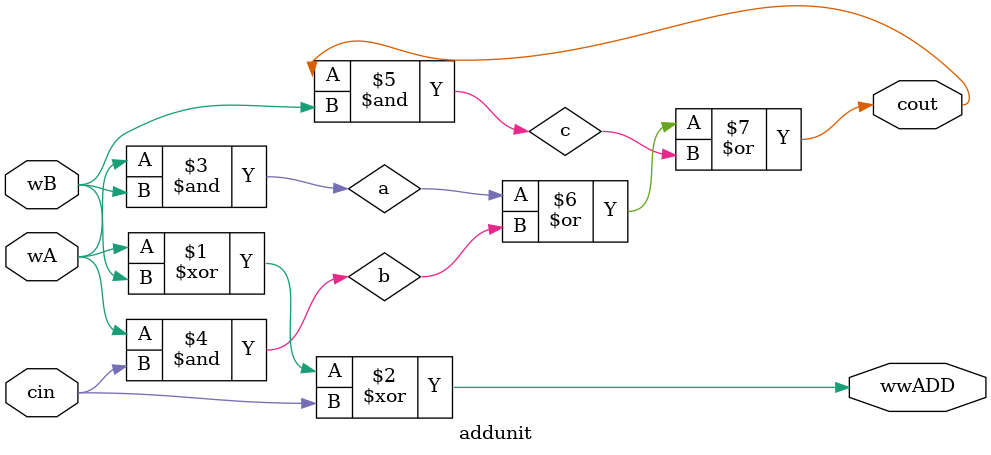
<source format=v>
`timescale 1ns / 1ps
module addunit(
		wA,
		wB,
		cin,
		wwADD,
		cout
    );
input		wA;
input		wB;
input		cin;
output	wwADD;
output	cout;	 
wire	a,b,c;
//addunit adding(wA, wB, cin, wwADD);
	xor xor1(wwADD, wA, wB, cin);
	and and1(a, wA, wB);
	and and2(b, wA, cin);
	and and3(c, cout, wB);
	or or1(cout, a, b, c);
endmodule

</source>
